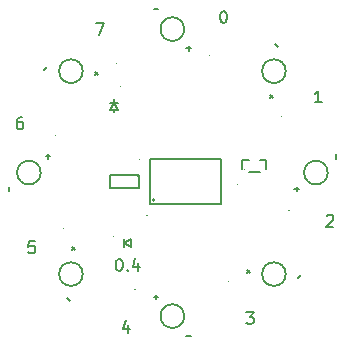
<source format=gto>
%TF.GenerationSoftware,KiCad,Pcbnew,9.0.4*%
%TF.CreationDate,2025-10-01T23:04:17+01:00*%
%TF.ProjectId,vm_rgb_ring,766d5f72-6762-45f7-9269-6e672e6b6963,0.4*%
%TF.SameCoordinates,PX4f64b50PY4749830*%
%TF.FileFunction,Legend,Top*%
%TF.FilePolarity,Positive*%
%FSLAX45Y45*%
G04 Gerber Fmt 4.5, Leading zero omitted, Abs format (unit mm)*
G04 Created by KiCad (PCBNEW 9.0.4) date 2025-10-01 23:04:17*
%MOMM*%
%LPD*%
G01*
G04 APERTURE LIST*
%ADD10C,0.200000*%
%ADD11C,0.150000*%
%ADD12C,0.075000*%
G04 APERTURE END LIST*
D10*
X-1270176Y463278D02*
X-1289223Y463278D01*
X-1289223Y463278D02*
X-1298747Y458516D01*
X-1298747Y458516D02*
X-1303509Y453754D01*
X-1303509Y453754D02*
X-1313033Y439469D01*
X-1313033Y439469D02*
X-1317795Y420421D01*
X-1317795Y420421D02*
X-1317795Y382326D01*
X-1317795Y382326D02*
X-1313033Y372802D01*
X-1313033Y372802D02*
X-1308271Y368040D01*
X-1308271Y368040D02*
X-1298747Y363278D01*
X-1298747Y363278D02*
X-1279699Y363278D01*
X-1279699Y363278D02*
X-1270176Y368040D01*
X-1270176Y368040D02*
X-1265414Y372802D01*
X-1265414Y372802D02*
X-1260652Y382326D01*
X-1260652Y382326D02*
X-1260652Y406135D01*
X-1260652Y406135D02*
X-1265414Y415659D01*
X-1265414Y415659D02*
X-1270176Y420421D01*
X-1270176Y420421D02*
X-1279699Y425183D01*
X-1279699Y425183D02*
X-1298747Y425183D01*
X-1298747Y425183D02*
X-1308271Y420421D01*
X-1308271Y420421D02*
X-1313033Y415659D01*
X-1313033Y415659D02*
X-1317795Y406135D01*
X-370176Y-1295055D02*
X-370176Y-1361722D01*
X-393985Y-1256960D02*
X-417795Y-1328389D01*
X-417795Y-1328389D02*
X-355890Y-1328389D01*
X1264348Y588278D02*
X1207205Y588278D01*
X1235777Y588278D02*
X1235777Y688278D01*
X1235777Y688278D02*
X1226253Y673992D01*
X1226253Y673992D02*
X1216729Y664469D01*
X1216729Y664469D02*
X1207205Y659707D01*
X-647557Y1263278D02*
X-580890Y1263278D01*
X-580890Y1263278D02*
X-623747Y1163278D01*
X1307205Y-371246D02*
X1311967Y-366484D01*
X1311967Y-366484D02*
X1321491Y-361722D01*
X1321491Y-361722D02*
X1345301Y-361722D01*
X1345301Y-361722D02*
X1354824Y-366484D01*
X1354824Y-366484D02*
X1359586Y-371246D01*
X1359586Y-371246D02*
X1364348Y-380769D01*
X1364348Y-380769D02*
X1364348Y-390293D01*
X1364348Y-390293D02*
X1359586Y-404579D01*
X1359586Y-404579D02*
X1302444Y-461722D01*
X1302444Y-461722D02*
X1364348Y-461722D01*
X431015Y1363278D02*
X440539Y1363278D01*
X440539Y1363278D02*
X450062Y1358516D01*
X450062Y1358516D02*
X454824Y1353754D01*
X454824Y1353754D02*
X459586Y1344231D01*
X459586Y1344231D02*
X464348Y1325183D01*
X464348Y1325183D02*
X464348Y1301373D01*
X464348Y1301373D02*
X459586Y1282326D01*
X459586Y1282326D02*
X454824Y1272802D01*
X454824Y1272802D02*
X450062Y1268040D01*
X450062Y1268040D02*
X440539Y1263278D01*
X440539Y1263278D02*
X431015Y1263278D01*
X431015Y1263278D02*
X421491Y1268040D01*
X421491Y1268040D02*
X416729Y1272802D01*
X416729Y1272802D02*
X411967Y1282326D01*
X411967Y1282326D02*
X407205Y1301373D01*
X407205Y1301373D02*
X407205Y1325183D01*
X407205Y1325183D02*
X411967Y1344231D01*
X411967Y1344231D02*
X416729Y1353754D01*
X416729Y1353754D02*
X421491Y1358516D01*
X421491Y1358516D02*
X431015Y1363278D01*
X-453985Y-736722D02*
X-444461Y-736722D01*
X-444461Y-736722D02*
X-434937Y-741484D01*
X-434937Y-741484D02*
X-430176Y-746246D01*
X-430176Y-746246D02*
X-425414Y-755769D01*
X-425414Y-755769D02*
X-420652Y-774817D01*
X-420652Y-774817D02*
X-420652Y-798627D01*
X-420652Y-798627D02*
X-425414Y-817674D01*
X-425414Y-817674D02*
X-430176Y-827198D01*
X-430176Y-827198D02*
X-434937Y-831960D01*
X-434937Y-831960D02*
X-444461Y-836722D01*
X-444461Y-836722D02*
X-453985Y-836722D01*
X-453985Y-836722D02*
X-463509Y-831960D01*
X-463509Y-831960D02*
X-468271Y-827198D01*
X-468271Y-827198D02*
X-473033Y-817674D01*
X-473033Y-817674D02*
X-477795Y-798627D01*
X-477795Y-798627D02*
X-477795Y-774817D01*
X-477795Y-774817D02*
X-473033Y-755769D01*
X-473033Y-755769D02*
X-468271Y-746246D01*
X-468271Y-746246D02*
X-463509Y-741484D01*
X-463509Y-741484D02*
X-453985Y-736722D01*
X-377795Y-827198D02*
X-373033Y-831960D01*
X-373033Y-831960D02*
X-377795Y-836722D01*
X-377795Y-836722D02*
X-382556Y-831960D01*
X-382556Y-831960D02*
X-377795Y-827198D01*
X-377795Y-827198D02*
X-377795Y-836722D01*
X-287319Y-770055D02*
X-287319Y-836722D01*
X-311128Y-731960D02*
X-334938Y-803388D01*
X-334938Y-803388D02*
X-273033Y-803388D01*
X-1165414Y-586722D02*
X-1213033Y-586722D01*
X-1213033Y-586722D02*
X-1217795Y-634341D01*
X-1217795Y-634341D02*
X-1213033Y-629579D01*
X-1213033Y-629579D02*
X-1203509Y-624817D01*
X-1203509Y-624817D02*
X-1179699Y-624817D01*
X-1179699Y-624817D02*
X-1170176Y-629579D01*
X-1170176Y-629579D02*
X-1165414Y-634341D01*
X-1165414Y-634341D02*
X-1160652Y-643865D01*
X-1160652Y-643865D02*
X-1160652Y-667674D01*
X-1160652Y-667674D02*
X-1165414Y-677198D01*
X-1165414Y-677198D02*
X-1170176Y-681960D01*
X-1170176Y-681960D02*
X-1179699Y-686722D01*
X-1179699Y-686722D02*
X-1203509Y-686722D01*
X-1203509Y-686722D02*
X-1213033Y-681960D01*
X-1213033Y-681960D02*
X-1217795Y-677198D01*
X627444Y-1186722D02*
X689348Y-1186722D01*
X689348Y-1186722D02*
X656015Y-1224817D01*
X656015Y-1224817D02*
X670301Y-1224817D01*
X670301Y-1224817D02*
X679824Y-1229579D01*
X679824Y-1229579D02*
X684586Y-1234341D01*
X684586Y-1234341D02*
X689348Y-1243865D01*
X689348Y-1243865D02*
X689348Y-1267674D01*
X689348Y-1267674D02*
X684586Y-1277198D01*
X684586Y-1277198D02*
X679824Y-1281960D01*
X679824Y-1281960D02*
X670301Y-1286722D01*
X670301Y-1286722D02*
X641729Y-1286722D01*
X641729Y-1286722D02*
X632205Y-1281960D01*
X632205Y-1281960D02*
X627444Y-1277198D01*
D11*
%TO.C,LED4*%
X634511Y-832650D02*
X661027Y-859167D01*
X634511Y-859167D02*
X661027Y-832650D01*
X1063194Y-898941D02*
X1089711Y-872425D01*
D12*
X479161Y-928110D02*
G75*
G02*
X471661Y-928110I-3750J0D01*
G01*
X471661Y-928110D02*
G75*
G02*
X479161Y-928110I3750J0D01*
G01*
D11*
X960785Y-864470D02*
G75*
G02*
X760785Y-864470I-100000J0D01*
G01*
X760785Y-864470D02*
G75*
G02*
X960785Y-864470I100000J0D01*
G01*
%TO.C,LED8*%
X-1059894Y888271D02*
X-1086411Y861754D01*
X-631211Y848496D02*
X-657727Y821980D01*
X-631211Y821980D02*
X-657727Y848496D01*
X-757485Y853799D02*
G75*
G02*
X-957485Y853799I-100000J0D01*
G01*
X-957485Y853799D02*
G75*
G02*
X-757485Y853799I100000J0D01*
G01*
D12*
X-468361Y917439D02*
G75*
G02*
X-475861Y917439I-3750J0D01*
G01*
X-475861Y917439D02*
G75*
G02*
X-468361Y917439I3750J0D01*
G01*
%TO.C,U2*%
D11*
X-277500Y-137500D02*
X-522500Y-137500D01*
X-522500Y-22500D01*
X-277500Y-22500D01*
X-277500Y-137500D01*
D12*
X-293750Y-42500D02*
G75*
G02*
X-301250Y-42500I-3750J0D01*
G01*
X-301250Y-42500D02*
G75*
G02*
X-293750Y-42500I3750J0D01*
G01*
X-273750Y102500D02*
G75*
G02*
X-281250Y102500I-3750J0D01*
G01*
X-281250Y102500D02*
G75*
G02*
X-273750Y102500I3750J0D01*
G01*
D11*
%TO.C,D1*%
X-410000Y-632500D02*
X-410000Y-567500D01*
X-405000Y-600000D02*
X-350000Y-567500D01*
X-405000Y-600000D02*
X-350000Y-632500D01*
X-350000Y-632500D02*
X-350000Y-567500D01*
D12*
X-493750Y-547500D02*
G75*
G02*
X-501250Y-547500I-3750J0D01*
G01*
X-501250Y-547500D02*
G75*
G02*
X-493750Y-547500I3750J0D01*
G01*
D11*
%TO.C,LED3*%
X1034150Y-142835D02*
X1071650Y-142835D01*
X1052900Y-161585D02*
X1052900Y-124085D01*
X1384150Y113415D02*
X1384150Y150915D01*
D12*
X992900Y-322835D02*
G75*
G02*
X985400Y-322835I-3750J0D01*
G01*
X985400Y-322835D02*
G75*
G02*
X992900Y-322835I3750J0D01*
G01*
D11*
X1316650Y-5335D02*
G75*
G02*
X1116650Y-5335I-100000J0D01*
G01*
X1116650Y-5335D02*
G75*
G02*
X1316650Y-5335I100000J0D01*
G01*
%TO.C,Q1*%
X595000Y100000D02*
X595000Y25000D01*
X647500Y100000D02*
X595000Y100000D01*
X742500Y0D02*
X647500Y0D01*
X795000Y100000D02*
X742500Y100000D01*
X795000Y100000D02*
X795000Y25000D01*
D12*
X556250Y-105000D02*
G75*
G02*
X548750Y-105000I-3750J0D01*
G01*
X548750Y-105000D02*
G75*
G02*
X556250Y-105000I3750J0D01*
G01*
X618750Y25000D02*
G75*
G02*
X611250Y25000I-3750J0D01*
G01*
X611250Y25000D02*
G75*
G02*
X618750Y25000I3750J0D01*
G01*
%TO.C,U1*%
D11*
X-190500Y107500D02*
X414500Y107500D01*
X414500Y-267500D01*
X-190500Y-267500D01*
X-190500Y107500D01*
D12*
X-209250Y-367500D02*
G75*
G02*
X-216750Y-367500I-3750J0D01*
G01*
X-216750Y-367500D02*
G75*
G02*
X-209250Y-367500I3750J0D01*
G01*
D11*
X-153000Y-237500D02*
G75*
G02*
X-168000Y-237500I-7500J0D01*
G01*
X-168000Y-237500D02*
G75*
G02*
X-153000Y-237500I7500J0D01*
G01*
%TO.C,LED5*%
X-154600Y-1056585D02*
X-117100Y-1056585D01*
X-135850Y-1037835D02*
X-135850Y-1075335D01*
X120400Y-1387835D02*
X157900Y-1387835D01*
D12*
X-312100Y-992835D02*
G75*
G02*
X-319600Y-992835I-3750J0D01*
G01*
X-319600Y-992835D02*
G75*
G02*
X-312100Y-992835I3750J0D01*
G01*
D11*
X101650Y-1220335D02*
G75*
G02*
X-98350Y-1220335I-100000J0D01*
G01*
X-98350Y-1220335D02*
G75*
G02*
X101650Y-1220335I100000J0D01*
G01*
%TO.C,LED2*%
X828965Y627525D02*
X855481Y654042D01*
X855481Y627525D02*
X828965Y654042D01*
X895256Y1056209D02*
X868740Y1082725D01*
X960785Y853799D02*
G75*
G02*
X760785Y853799I-100000J0D01*
G01*
X760785Y853799D02*
G75*
G02*
X960785Y853799I100000J0D01*
G01*
D12*
X928174Y468426D02*
G75*
G02*
X920674Y468426I-3750J0D01*
G01*
X920674Y468426D02*
G75*
G02*
X928174Y468426I3750J0D01*
G01*
D11*
%TO.C,LED7*%
X-1380850Y-124085D02*
X-1380850Y-161585D01*
X-1049600Y150915D02*
X-1049600Y113415D01*
X-1030850Y132165D02*
X-1068350Y132165D01*
X-1113350Y-5335D02*
G75*
G02*
X-1313350Y-5335I-100000J0D01*
G01*
X-1313350Y-5335D02*
G75*
G02*
X-1113350Y-5335I100000J0D01*
G01*
D12*
X-982100Y312165D02*
G75*
G02*
X-989600Y312165I-3750J0D01*
G01*
X-989600Y312165D02*
G75*
G02*
X-982100Y312165I3750J0D01*
G01*
D11*
%TO.C,LED1*%
X-117100Y1377165D02*
X-154600Y1377165D01*
X139150Y1027165D02*
X139150Y1064665D01*
X157900Y1045915D02*
X120400Y1045915D01*
X101650Y1209665D02*
G75*
G02*
X-98350Y1209665I-100000J0D01*
G01*
X-98350Y1209665D02*
G75*
G02*
X101650Y1209665I100000J0D01*
G01*
D12*
X322900Y982165D02*
G75*
G02*
X315400Y982165I-3750J0D01*
G01*
X315400Y982165D02*
G75*
G02*
X322900Y982165I3750J0D01*
G01*
D11*
%TO.C,LED6*%
X-891956Y-1066879D02*
X-865440Y-1093396D01*
X-852181Y-638196D02*
X-825665Y-664712D01*
X-825665Y-638196D02*
X-852181Y-664712D01*
D12*
X-917374Y-479097D02*
G75*
G02*
X-924874Y-479097I-3750J0D01*
G01*
X-924874Y-479097D02*
G75*
G02*
X-917374Y-479097I3750J0D01*
G01*
D11*
X-757485Y-864470D02*
G75*
G02*
X-957485Y-864470I-100000J0D01*
G01*
X-957485Y-864470D02*
G75*
G02*
X-757485Y-864470I100000J0D01*
G01*
%TO.C,D2*%
X-522500Y587500D02*
X-457500Y587500D01*
X-522500Y527500D02*
X-457500Y527500D01*
X-490000Y615000D02*
X-490000Y585000D01*
X-490000Y582500D02*
X-522500Y527500D01*
X-490000Y582500D02*
X-457500Y527500D01*
X-490000Y527500D02*
X-490000Y505000D01*
D12*
X-436250Y720000D02*
G75*
G02*
X-443750Y720000I-3750J0D01*
G01*
X-443750Y720000D02*
G75*
G02*
X-436250Y720000I3750J0D01*
G01*
%TD*%
M02*

</source>
